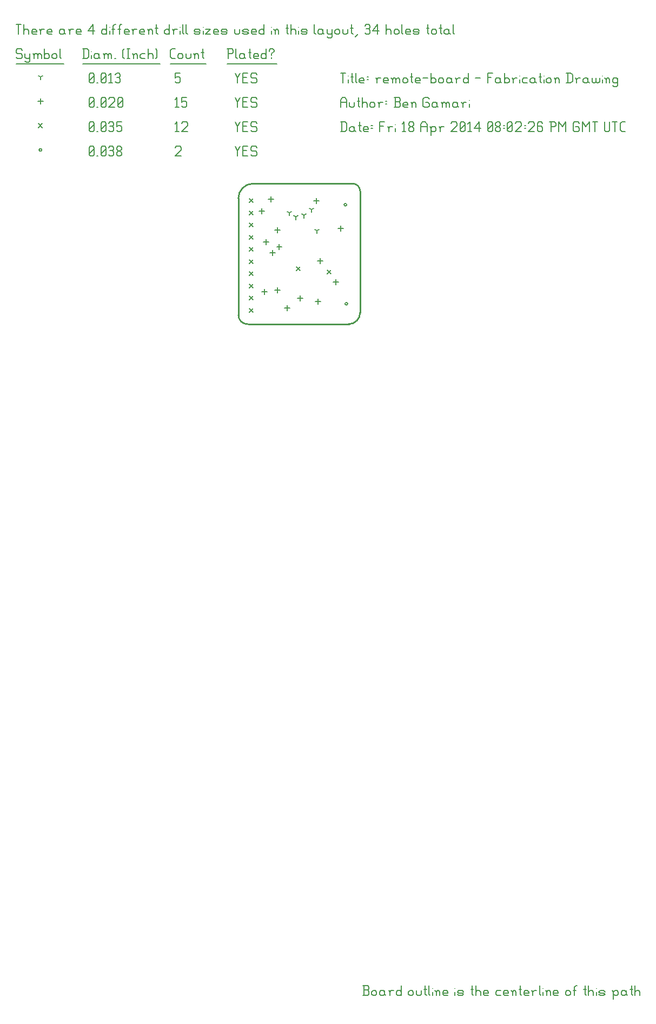
<source format=gbr>
G04 start of page 12 for group -3984 idx -3984 *
G04 Title: remote-board, fab *
G04 Creator: pcb 20140316 *
G04 CreationDate: Fri 18 Apr 2014 08:02:26 PM GMT UTC *
G04 For: ben *
G04 Format: Gerber/RS-274X *
G04 PCB-Dimensions (mil): 6000.00 5000.00 *
G04 PCB-Coordinate-Origin: lower left *
%MOIN*%
%FSLAX25Y25*%
%LNFAB*%
%ADD77C,0.0100*%
%ADD76C,0.0075*%
%ADD75C,0.0060*%
%ADD74R,0.0080X0.0080*%
G54D74*X202200Y477500D02*G75*G03X203800Y477500I800J0D01*G01*
G75*G03X202200Y477500I-800J0D01*G01*
X202700Y416500D02*G75*G03X204300Y416500I800J0D01*G01*
G75*G03X202700Y416500I-800J0D01*G01*
X14200Y511250D02*G75*G03X15800Y511250I800J0D01*G01*
G75*G03X14200Y511250I-800J0D01*G01*
G54D75*X135000Y513500D02*X136500Y510500D01*
X138000Y513500D01*
X136500Y510500D02*Y507500D01*
X139800Y510800D02*X142050D01*
X139800Y507500D02*X142800D01*
X139800Y513500D02*Y507500D01*
Y513500D02*X142800D01*
X147600D02*X148350Y512750D01*
X145350Y513500D02*X147600D01*
X144600Y512750D02*X145350Y513500D01*
X144600Y512750D02*Y511250D01*
X145350Y510500D01*
X147600D01*
X148350Y509750D01*
Y508250D01*
X147600Y507500D02*X148350Y508250D01*
X145350Y507500D02*X147600D01*
X144600Y508250D02*X145350Y507500D01*
X98000Y512750D02*X98750Y513500D01*
X101000D01*
X101750Y512750D01*
Y511250D01*
X98000Y507500D02*X101750Y511250D01*
X98000Y507500D02*X101750D01*
X45000Y508250D02*X45750Y507500D01*
X45000Y512750D02*Y508250D01*
Y512750D02*X45750Y513500D01*
X47250D01*
X48000Y512750D01*
Y508250D01*
X47250Y507500D02*X48000Y508250D01*
X45750Y507500D02*X47250D01*
X45000Y509000D02*X48000Y512000D01*
X49800Y507500D02*X50550D01*
X52350Y508250D02*X53100Y507500D01*
X52350Y512750D02*Y508250D01*
Y512750D02*X53100Y513500D01*
X54600D01*
X55350Y512750D01*
Y508250D01*
X54600Y507500D02*X55350Y508250D01*
X53100Y507500D02*X54600D01*
X52350Y509000D02*X55350Y512000D01*
X57150Y512750D02*X57900Y513500D01*
X59400D01*
X60150Y512750D01*
X59400Y507500D02*X60150Y508250D01*
X57900Y507500D02*X59400D01*
X57150Y508250D02*X57900Y507500D01*
Y510800D02*X59400D01*
X60150Y512750D02*Y511550D01*
Y510050D02*Y508250D01*
Y510050D02*X59400Y510800D01*
X60150Y511550D02*X59400Y510800D01*
X61950Y508250D02*X62700Y507500D01*
X61950Y509450D02*Y508250D01*
Y509450D02*X63000Y510500D01*
X63900D01*
X64950Y509450D01*
Y508250D01*
X64200Y507500D02*X64950Y508250D01*
X62700Y507500D02*X64200D01*
X61950Y511550D02*X63000Y510500D01*
X61950Y512750D02*Y511550D01*
Y512750D02*X62700Y513500D01*
X64200D01*
X64950Y512750D01*
Y511550D01*
X63900Y510500D02*X64950Y511550D01*
X143800Y481200D02*X146200Y478800D01*
X143800D02*X146200Y481200D01*
X143800Y473700D02*X146200Y471300D01*
X143800D02*X146200Y473700D01*
X143800Y466200D02*X146200Y463800D01*
X143800D02*X146200Y466200D01*
X143800Y458700D02*X146200Y456300D01*
X143800D02*X146200Y458700D01*
X143800Y451200D02*X146200Y448800D01*
X143800D02*X146200Y451200D01*
X143800Y443700D02*X146200Y441300D01*
X143800D02*X146200Y443700D01*
X143800Y436200D02*X146200Y433800D01*
X143800D02*X146200Y436200D01*
X143800Y428700D02*X146200Y426300D01*
X143800D02*X146200Y428700D01*
X143800Y421200D02*X146200Y418800D01*
X143800D02*X146200Y421200D01*
X143800Y413700D02*X146200Y411300D01*
X143800D02*X146200Y413700D01*
X172800Y439200D02*X175200Y436800D01*
X172800D02*X175200Y439200D01*
X191800Y437200D02*X194200Y434800D01*
X191800D02*X194200Y437200D01*
X13800Y527450D02*X16200Y525050D01*
X13800D02*X16200Y527450D01*
X135000Y528500D02*X136500Y525500D01*
X138000Y528500D01*
X136500Y525500D02*Y522500D01*
X139800Y525800D02*X142050D01*
X139800Y522500D02*X142800D01*
X139800Y528500D02*Y522500D01*
Y528500D02*X142800D01*
X147600D02*X148350Y527750D01*
X145350Y528500D02*X147600D01*
X144600Y527750D02*X145350Y528500D01*
X144600Y527750D02*Y526250D01*
X145350Y525500D01*
X147600D01*
X148350Y524750D01*
Y523250D01*
X147600Y522500D02*X148350Y523250D01*
X145350Y522500D02*X147600D01*
X144600Y523250D02*X145350Y522500D01*
X98000Y527300D02*X99200Y528500D01*
Y522500D01*
X98000D02*X100250D01*
X102050Y527750D02*X102800Y528500D01*
X105050D01*
X105800Y527750D01*
Y526250D01*
X102050Y522500D02*X105800Y526250D01*
X102050Y522500D02*X105800D01*
X45000Y523250D02*X45750Y522500D01*
X45000Y527750D02*Y523250D01*
Y527750D02*X45750Y528500D01*
X47250D01*
X48000Y527750D01*
Y523250D01*
X47250Y522500D02*X48000Y523250D01*
X45750Y522500D02*X47250D01*
X45000Y524000D02*X48000Y527000D01*
X49800Y522500D02*X50550D01*
X52350Y523250D02*X53100Y522500D01*
X52350Y527750D02*Y523250D01*
Y527750D02*X53100Y528500D01*
X54600D01*
X55350Y527750D01*
Y523250D01*
X54600Y522500D02*X55350Y523250D01*
X53100Y522500D02*X54600D01*
X52350Y524000D02*X55350Y527000D01*
X57150Y527750D02*X57900Y528500D01*
X59400D01*
X60150Y527750D01*
X59400Y522500D02*X60150Y523250D01*
X57900Y522500D02*X59400D01*
X57150Y523250D02*X57900Y522500D01*
Y525800D02*X59400D01*
X60150Y527750D02*Y526550D01*
Y525050D02*Y523250D01*
Y525050D02*X59400Y525800D01*
X60150Y526550D02*X59400Y525800D01*
X61950Y528500D02*X64950D01*
X61950D02*Y525500D01*
X62700Y526250D01*
X64200D01*
X64950Y525500D01*
Y523250D01*
X64200Y522500D02*X64950Y523250D01*
X62700Y522500D02*X64200D01*
X61950Y523250D02*X62700Y522500D01*
X161000Y426600D02*Y423400D01*
X159400Y425000D02*X162600D01*
X153000Y425600D02*Y422400D01*
X151400Y424000D02*X154600D01*
X185000Y481600D02*Y478400D01*
X183400Y480000D02*X186600D01*
X175000Y421553D02*Y418353D01*
X173400Y419953D02*X176600D01*
X167000Y415600D02*Y412400D01*
X165400Y414000D02*X168600D01*
X161000Y463600D02*Y460400D01*
X159400Y462000D02*X162600D01*
X151500Y475100D02*Y471900D01*
X149900Y473500D02*X153100D01*
X162200Y453100D02*Y449900D01*
X160600Y451500D02*X163800D01*
X158000Y449600D02*Y446400D01*
X156400Y448000D02*X159600D01*
X154000Y456100D02*Y452900D01*
X152400Y454500D02*X155600D01*
X157000Y482600D02*Y479400D01*
X155400Y481000D02*X158600D01*
X186000Y419600D02*Y416400D01*
X184400Y418000D02*X187600D01*
X197000Y431600D02*Y428400D01*
X195400Y430000D02*X198600D01*
X200000Y464600D02*Y461400D01*
X198400Y463000D02*X201600D01*
X187500Y444600D02*Y441400D01*
X185900Y443000D02*X189100D01*
X15000Y542850D02*Y539650D01*
X13400Y541250D02*X16600D01*
X135000Y543500D02*X136500Y540500D01*
X138000Y543500D01*
X136500Y540500D02*Y537500D01*
X139800Y540800D02*X142050D01*
X139800Y537500D02*X142800D01*
X139800Y543500D02*Y537500D01*
Y543500D02*X142800D01*
X147600D02*X148350Y542750D01*
X145350Y543500D02*X147600D01*
X144600Y542750D02*X145350Y543500D01*
X144600Y542750D02*Y541250D01*
X145350Y540500D01*
X147600D01*
X148350Y539750D01*
Y538250D01*
X147600Y537500D02*X148350Y538250D01*
X145350Y537500D02*X147600D01*
X144600Y538250D02*X145350Y537500D01*
X98000Y542300D02*X99200Y543500D01*
Y537500D01*
X98000D02*X100250D01*
X102050Y543500D02*X105050D01*
X102050D02*Y540500D01*
X102800Y541250D01*
X104300D01*
X105050Y540500D01*
Y538250D01*
X104300Y537500D02*X105050Y538250D01*
X102800Y537500D02*X104300D01*
X102050Y538250D02*X102800Y537500D01*
X45000Y538250D02*X45750Y537500D01*
X45000Y542750D02*Y538250D01*
Y542750D02*X45750Y543500D01*
X47250D01*
X48000Y542750D01*
Y538250D01*
X47250Y537500D02*X48000Y538250D01*
X45750Y537500D02*X47250D01*
X45000Y539000D02*X48000Y542000D01*
X49800Y537500D02*X50550D01*
X52350Y538250D02*X53100Y537500D01*
X52350Y542750D02*Y538250D01*
Y542750D02*X53100Y543500D01*
X54600D01*
X55350Y542750D01*
Y538250D01*
X54600Y537500D02*X55350Y538250D01*
X53100Y537500D02*X54600D01*
X52350Y539000D02*X55350Y542000D01*
X57150Y542750D02*X57900Y543500D01*
X60150D01*
X60900Y542750D01*
Y541250D01*
X57150Y537500D02*X60900Y541250D01*
X57150Y537500D02*X60900D01*
X62700Y538250D02*X63450Y537500D01*
X62700Y542750D02*Y538250D01*
Y542750D02*X63450Y543500D01*
X64950D01*
X65700Y542750D01*
Y538250D01*
X64950Y537500D02*X65700Y538250D01*
X63450Y537500D02*X64950D01*
X62700Y539000D02*X65700Y542000D01*
X177500Y471000D02*Y469400D01*
Y471000D02*X178887Y471800D01*
X177500Y471000D02*X176113Y471800D01*
X172500Y470000D02*Y468400D01*
Y470000D02*X173887Y470800D01*
X172500Y470000D02*X171113Y470800D01*
X185500Y461500D02*Y459900D01*
Y461500D02*X186887Y462300D01*
X185500Y461500D02*X184113Y462300D01*
X168500Y472500D02*Y470900D01*
Y472500D02*X169887Y473300D01*
X168500Y472500D02*X167113Y473300D01*
X182000Y474500D02*Y472900D01*
Y474500D02*X183387Y475300D01*
X182000Y474500D02*X180613Y475300D01*
X15000Y556250D02*Y554650D01*
Y556250D02*X16387Y557050D01*
X15000Y556250D02*X13613Y557050D01*
X135000Y558500D02*X136500Y555500D01*
X138000Y558500D01*
X136500Y555500D02*Y552500D01*
X139800Y555800D02*X142050D01*
X139800Y552500D02*X142800D01*
X139800Y558500D02*Y552500D01*
Y558500D02*X142800D01*
X147600D02*X148350Y557750D01*
X145350Y558500D02*X147600D01*
X144600Y557750D02*X145350Y558500D01*
X144600Y557750D02*Y556250D01*
X145350Y555500D01*
X147600D01*
X148350Y554750D01*
Y553250D01*
X147600Y552500D02*X148350Y553250D01*
X145350Y552500D02*X147600D01*
X144600Y553250D02*X145350Y552500D01*
X98000Y558500D02*X101000D01*
X98000D02*Y555500D01*
X98750Y556250D01*
X100250D01*
X101000Y555500D01*
Y553250D01*
X100250Y552500D02*X101000Y553250D01*
X98750Y552500D02*X100250D01*
X98000Y553250D02*X98750Y552500D01*
X45000Y553250D02*X45750Y552500D01*
X45000Y557750D02*Y553250D01*
Y557750D02*X45750Y558500D01*
X47250D01*
X48000Y557750D01*
Y553250D01*
X47250Y552500D02*X48000Y553250D01*
X45750Y552500D02*X47250D01*
X45000Y554000D02*X48000Y557000D01*
X49800Y552500D02*X50550D01*
X52350Y553250D02*X53100Y552500D01*
X52350Y557750D02*Y553250D01*
Y557750D02*X53100Y558500D01*
X54600D01*
X55350Y557750D01*
Y553250D01*
X54600Y552500D02*X55350Y553250D01*
X53100Y552500D02*X54600D01*
X52350Y554000D02*X55350Y557000D01*
X57150Y557300D02*X58350Y558500D01*
Y552500D01*
X57150D02*X59400D01*
X61200Y557750D02*X61950Y558500D01*
X63450D01*
X64200Y557750D01*
X63450Y552500D02*X64200Y553250D01*
X61950Y552500D02*X63450D01*
X61200Y553250D02*X61950Y552500D01*
Y555800D02*X63450D01*
X64200Y557750D02*Y556550D01*
Y555050D02*Y553250D01*
Y555050D02*X63450Y555800D01*
X64200Y556550D02*X63450Y555800D01*
X3000Y573500D02*X3750Y572750D01*
X750Y573500D02*X3000D01*
X0Y572750D02*X750Y573500D01*
X0Y572750D02*Y571250D01*
X750Y570500D01*
X3000D01*
X3750Y569750D01*
Y568250D01*
X3000Y567500D02*X3750Y568250D01*
X750Y567500D02*X3000D01*
X0Y568250D02*X750Y567500D01*
X5550Y570500D02*Y568250D01*
X6300Y567500D01*
X8550Y570500D02*Y566000D01*
X7800Y565250D02*X8550Y566000D01*
X6300Y565250D02*X7800D01*
X5550Y566000D02*X6300Y565250D01*
Y567500D02*X7800D01*
X8550Y568250D01*
X11100Y569750D02*Y567500D01*
Y569750D02*X11850Y570500D01*
X12600D01*
X13350Y569750D01*
Y567500D01*
Y569750D02*X14100Y570500D01*
X14850D01*
X15600Y569750D01*
Y567500D01*
X10350Y570500D02*X11100Y569750D01*
X17400Y573500D02*Y567500D01*
Y568250D02*X18150Y567500D01*
X19650D01*
X20400Y568250D01*
Y569750D02*Y568250D01*
X19650Y570500D02*X20400Y569750D01*
X18150Y570500D02*X19650D01*
X17400Y569750D02*X18150Y570500D01*
X22200Y569750D02*Y568250D01*
Y569750D02*X22950Y570500D01*
X24450D01*
X25200Y569750D01*
Y568250D01*
X24450Y567500D02*X25200Y568250D01*
X22950Y567500D02*X24450D01*
X22200Y568250D02*X22950Y567500D01*
X27000Y573500D02*Y568250D01*
X27750Y567500D01*
X0Y564250D02*X29250D01*
X41750Y573500D02*Y567500D01*
X43700Y573500D02*X44750Y572450D01*
Y568550D01*
X43700Y567500D02*X44750Y568550D01*
X41000Y567500D02*X43700D01*
X41000Y573500D02*X43700D01*
G54D76*X46550Y572000D02*Y571850D01*
G54D75*Y569750D02*Y567500D01*
X50300Y570500D02*X51050Y569750D01*
X48800Y570500D02*X50300D01*
X48050Y569750D02*X48800Y570500D01*
X48050Y569750D02*Y568250D01*
X48800Y567500D01*
X51050Y570500D02*Y568250D01*
X51800Y567500D01*
X48800D02*X50300D01*
X51050Y568250D01*
X54350Y569750D02*Y567500D01*
Y569750D02*X55100Y570500D01*
X55850D01*
X56600Y569750D01*
Y567500D01*
Y569750D02*X57350Y570500D01*
X58100D01*
X58850Y569750D01*
Y567500D01*
X53600Y570500D02*X54350Y569750D01*
X60650Y567500D02*X61400D01*
X65900Y568250D02*X66650Y567500D01*
X65900Y572750D02*X66650Y573500D01*
X65900Y572750D02*Y568250D01*
X68450Y573500D02*X69950D01*
X69200D02*Y567500D01*
X68450D02*X69950D01*
X72500Y569750D02*Y567500D01*
Y569750D02*X73250Y570500D01*
X74000D01*
X74750Y569750D01*
Y567500D01*
X71750Y570500D02*X72500Y569750D01*
X77300Y570500D02*X79550D01*
X76550Y569750D02*X77300Y570500D01*
X76550Y569750D02*Y568250D01*
X77300Y567500D01*
X79550D01*
X81350Y573500D02*Y567500D01*
Y569750D02*X82100Y570500D01*
X83600D01*
X84350Y569750D01*
Y567500D01*
X86150Y573500D02*X86900Y572750D01*
Y568250D01*
X86150Y567500D02*X86900Y568250D01*
X41000Y564250D02*X88700D01*
X96050Y567500D02*X98000D01*
X95000Y568550D02*X96050Y567500D01*
X95000Y572450D02*Y568550D01*
Y572450D02*X96050Y573500D01*
X98000D01*
X99800Y569750D02*Y568250D01*
Y569750D02*X100550Y570500D01*
X102050D01*
X102800Y569750D01*
Y568250D01*
X102050Y567500D02*X102800Y568250D01*
X100550Y567500D02*X102050D01*
X99800Y568250D02*X100550Y567500D01*
X104600Y570500D02*Y568250D01*
X105350Y567500D01*
X106850D01*
X107600Y568250D01*
Y570500D02*Y568250D01*
X110150Y569750D02*Y567500D01*
Y569750D02*X110900Y570500D01*
X111650D01*
X112400Y569750D01*
Y567500D01*
X109400Y570500D02*X110150Y569750D01*
X114950Y573500D02*Y568250D01*
X115700Y567500D01*
X114200Y571250D02*X115700D01*
X95000Y564250D02*X117200D01*
X130750Y573500D02*Y567500D01*
X130000Y573500D02*X133000D01*
X133750Y572750D01*
Y571250D01*
X133000Y570500D02*X133750Y571250D01*
X130750Y570500D02*X133000D01*
X135550Y573500D02*Y568250D01*
X136300Y567500D01*
X140050Y570500D02*X140800Y569750D01*
X138550Y570500D02*X140050D01*
X137800Y569750D02*X138550Y570500D01*
X137800Y569750D02*Y568250D01*
X138550Y567500D01*
X140800Y570500D02*Y568250D01*
X141550Y567500D01*
X138550D02*X140050D01*
X140800Y568250D01*
X144100Y573500D02*Y568250D01*
X144850Y567500D01*
X143350Y571250D02*X144850D01*
X147100Y567500D02*X149350D01*
X146350Y568250D02*X147100Y567500D01*
X146350Y569750D02*Y568250D01*
Y569750D02*X147100Y570500D01*
X148600D01*
X149350Y569750D01*
X146350Y569000D02*X149350D01*
Y569750D02*Y569000D01*
X154150Y573500D02*Y567500D01*
X153400D02*X154150Y568250D01*
X151900Y567500D02*X153400D01*
X151150Y568250D02*X151900Y567500D01*
X151150Y569750D02*Y568250D01*
Y569750D02*X151900Y570500D01*
X153400D01*
X154150Y569750D01*
X157450Y570500D02*Y569750D01*
Y568250D02*Y567500D01*
X155950Y572750D02*Y572000D01*
Y572750D02*X156700Y573500D01*
X158200D01*
X158950Y572750D01*
Y572000D01*
X157450Y570500D02*X158950Y572000D01*
X130000Y564250D02*X160750D01*
X0Y588500D02*X3000D01*
X1500D02*Y582500D01*
X4800Y588500D02*Y582500D01*
Y584750D02*X5550Y585500D01*
X7050D01*
X7800Y584750D01*
Y582500D01*
X10350D02*X12600D01*
X9600Y583250D02*X10350Y582500D01*
X9600Y584750D02*Y583250D01*
Y584750D02*X10350Y585500D01*
X11850D01*
X12600Y584750D01*
X9600Y584000D02*X12600D01*
Y584750D02*Y584000D01*
X15150Y584750D02*Y582500D01*
Y584750D02*X15900Y585500D01*
X17400D01*
X14400D02*X15150Y584750D01*
X19950Y582500D02*X22200D01*
X19200Y583250D02*X19950Y582500D01*
X19200Y584750D02*Y583250D01*
Y584750D02*X19950Y585500D01*
X21450D01*
X22200Y584750D01*
X19200Y584000D02*X22200D01*
Y584750D02*Y584000D01*
X28950Y585500D02*X29700Y584750D01*
X27450Y585500D02*X28950D01*
X26700Y584750D02*X27450Y585500D01*
X26700Y584750D02*Y583250D01*
X27450Y582500D01*
X29700Y585500D02*Y583250D01*
X30450Y582500D01*
X27450D02*X28950D01*
X29700Y583250D01*
X33000Y584750D02*Y582500D01*
Y584750D02*X33750Y585500D01*
X35250D01*
X32250D02*X33000Y584750D01*
X37800Y582500D02*X40050D01*
X37050Y583250D02*X37800Y582500D01*
X37050Y584750D02*Y583250D01*
Y584750D02*X37800Y585500D01*
X39300D01*
X40050Y584750D01*
X37050Y584000D02*X40050D01*
Y584750D02*Y584000D01*
X44550Y584750D02*X47550Y588500D01*
X44550Y584750D02*X48300D01*
X47550Y588500D02*Y582500D01*
X55800Y588500D02*Y582500D01*
X55050D02*X55800Y583250D01*
X53550Y582500D02*X55050D01*
X52800Y583250D02*X53550Y582500D01*
X52800Y584750D02*Y583250D01*
Y584750D02*X53550Y585500D01*
X55050D01*
X55800Y584750D01*
G54D76*X57600Y587000D02*Y586850D01*
G54D75*Y584750D02*Y582500D01*
X59850Y587750D02*Y582500D01*
Y587750D02*X60600Y588500D01*
X61350D01*
X59100Y585500D02*X60600D01*
X63600Y587750D02*Y582500D01*
Y587750D02*X64350Y588500D01*
X65100D01*
X62850Y585500D02*X64350D01*
X67350Y582500D02*X69600D01*
X66600Y583250D02*X67350Y582500D01*
X66600Y584750D02*Y583250D01*
Y584750D02*X67350Y585500D01*
X68850D01*
X69600Y584750D01*
X66600Y584000D02*X69600D01*
Y584750D02*Y584000D01*
X72150Y584750D02*Y582500D01*
Y584750D02*X72900Y585500D01*
X74400D01*
X71400D02*X72150Y584750D01*
X76950Y582500D02*X79200D01*
X76200Y583250D02*X76950Y582500D01*
X76200Y584750D02*Y583250D01*
Y584750D02*X76950Y585500D01*
X78450D01*
X79200Y584750D01*
X76200Y584000D02*X79200D01*
Y584750D02*Y584000D01*
X81750Y584750D02*Y582500D01*
Y584750D02*X82500Y585500D01*
X83250D01*
X84000Y584750D01*
Y582500D01*
X81000Y585500D02*X81750Y584750D01*
X86550Y588500D02*Y583250D01*
X87300Y582500D01*
X85800Y586250D02*X87300D01*
X94500Y588500D02*Y582500D01*
X93750D02*X94500Y583250D01*
X92250Y582500D02*X93750D01*
X91500Y583250D02*X92250Y582500D01*
X91500Y584750D02*Y583250D01*
Y584750D02*X92250Y585500D01*
X93750D01*
X94500Y584750D01*
X97050D02*Y582500D01*
Y584750D02*X97800Y585500D01*
X99300D01*
X96300D02*X97050Y584750D01*
G54D76*X101100Y587000D02*Y586850D01*
G54D75*Y584750D02*Y582500D01*
X102600Y588500D02*Y583250D01*
X103350Y582500D01*
X104850Y588500D02*Y583250D01*
X105600Y582500D01*
X110550D02*X112800D01*
X113550Y583250D01*
X112800Y584000D02*X113550Y583250D01*
X110550Y584000D02*X112800D01*
X109800Y584750D02*X110550Y584000D01*
X109800Y584750D02*X110550Y585500D01*
X112800D01*
X113550Y584750D01*
X109800Y583250D02*X110550Y582500D01*
G54D76*X115350Y587000D02*Y586850D01*
G54D75*Y584750D02*Y582500D01*
X116850Y585500D02*X119850D01*
X116850Y582500D02*X119850Y585500D01*
X116850Y582500D02*X119850D01*
X122400D02*X124650D01*
X121650Y583250D02*X122400Y582500D01*
X121650Y584750D02*Y583250D01*
Y584750D02*X122400Y585500D01*
X123900D01*
X124650Y584750D01*
X121650Y584000D02*X124650D01*
Y584750D02*Y584000D01*
X127200Y582500D02*X129450D01*
X130200Y583250D01*
X129450Y584000D02*X130200Y583250D01*
X127200Y584000D02*X129450D01*
X126450Y584750D02*X127200Y584000D01*
X126450Y584750D02*X127200Y585500D01*
X129450D01*
X130200Y584750D01*
X126450Y583250D02*X127200Y582500D01*
X134700Y585500D02*Y583250D01*
X135450Y582500D01*
X136950D01*
X137700Y583250D01*
Y585500D02*Y583250D01*
X140250Y582500D02*X142500D01*
X143250Y583250D01*
X142500Y584000D02*X143250Y583250D01*
X140250Y584000D02*X142500D01*
X139500Y584750D02*X140250Y584000D01*
X139500Y584750D02*X140250Y585500D01*
X142500D01*
X143250Y584750D01*
X139500Y583250D02*X140250Y582500D01*
X145800D02*X148050D01*
X145050Y583250D02*X145800Y582500D01*
X145050Y584750D02*Y583250D01*
Y584750D02*X145800Y585500D01*
X147300D01*
X148050Y584750D01*
X145050Y584000D02*X148050D01*
Y584750D02*Y584000D01*
X152850Y588500D02*Y582500D01*
X152100D02*X152850Y583250D01*
X150600Y582500D02*X152100D01*
X149850Y583250D02*X150600Y582500D01*
X149850Y584750D02*Y583250D01*
Y584750D02*X150600Y585500D01*
X152100D01*
X152850Y584750D01*
G54D76*X157350Y587000D02*Y586850D01*
G54D75*Y584750D02*Y582500D01*
X159600Y584750D02*Y582500D01*
Y584750D02*X160350Y585500D01*
X161100D01*
X161850Y584750D01*
Y582500D01*
X158850Y585500D02*X159600Y584750D01*
X167100Y588500D02*Y583250D01*
X167850Y582500D01*
X166350Y586250D02*X167850D01*
X169350Y588500D02*Y582500D01*
Y584750D02*X170100Y585500D01*
X171600D01*
X172350Y584750D01*
Y582500D01*
G54D76*X174150Y587000D02*Y586850D01*
G54D75*Y584750D02*Y582500D01*
X176400D02*X178650D01*
X179400Y583250D01*
X178650Y584000D02*X179400Y583250D01*
X176400Y584000D02*X178650D01*
X175650Y584750D02*X176400Y584000D01*
X175650Y584750D02*X176400Y585500D01*
X178650D01*
X179400Y584750D01*
X175650Y583250D02*X176400Y582500D01*
X183900Y588500D02*Y583250D01*
X184650Y582500D01*
X188400Y585500D02*X189150Y584750D01*
X186900Y585500D02*X188400D01*
X186150Y584750D02*X186900Y585500D01*
X186150Y584750D02*Y583250D01*
X186900Y582500D01*
X189150Y585500D02*Y583250D01*
X189900Y582500D01*
X186900D02*X188400D01*
X189150Y583250D01*
X191700Y585500D02*Y583250D01*
X192450Y582500D01*
X194700Y585500D02*Y581000D01*
X193950Y580250D02*X194700Y581000D01*
X192450Y580250D02*X193950D01*
X191700Y581000D02*X192450Y580250D01*
Y582500D02*X193950D01*
X194700Y583250D01*
X196500Y584750D02*Y583250D01*
Y584750D02*X197250Y585500D01*
X198750D01*
X199500Y584750D01*
Y583250D01*
X198750Y582500D02*X199500Y583250D01*
X197250Y582500D02*X198750D01*
X196500Y583250D02*X197250Y582500D01*
X201300Y585500D02*Y583250D01*
X202050Y582500D01*
X203550D01*
X204300Y583250D01*
Y585500D02*Y583250D01*
X206850Y588500D02*Y583250D01*
X207600Y582500D01*
X206100Y586250D02*X207600D01*
X209100Y581000D02*X210600Y582500D01*
X215100Y587750D02*X215850Y588500D01*
X217350D01*
X218100Y587750D01*
X217350Y582500D02*X218100Y583250D01*
X215850Y582500D02*X217350D01*
X215100Y583250D02*X215850Y582500D01*
Y585800D02*X217350D01*
X218100Y587750D02*Y586550D01*
Y585050D02*Y583250D01*
Y585050D02*X217350Y585800D01*
X218100Y586550D02*X217350Y585800D01*
X219900Y584750D02*X222900Y588500D01*
X219900Y584750D02*X223650D01*
X222900Y588500D02*Y582500D01*
X228150Y588500D02*Y582500D01*
Y584750D02*X228900Y585500D01*
X230400D01*
X231150Y584750D01*
Y582500D01*
X232950Y584750D02*Y583250D01*
Y584750D02*X233700Y585500D01*
X235200D01*
X235950Y584750D01*
Y583250D01*
X235200Y582500D02*X235950Y583250D01*
X233700Y582500D02*X235200D01*
X232950Y583250D02*X233700Y582500D01*
X237750Y588500D02*Y583250D01*
X238500Y582500D01*
X240750D02*X243000D01*
X240000Y583250D02*X240750Y582500D01*
X240000Y584750D02*Y583250D01*
Y584750D02*X240750Y585500D01*
X242250D01*
X243000Y584750D01*
X240000Y584000D02*X243000D01*
Y584750D02*Y584000D01*
X245550Y582500D02*X247800D01*
X248550Y583250D01*
X247800Y584000D02*X248550Y583250D01*
X245550Y584000D02*X247800D01*
X244800Y584750D02*X245550Y584000D01*
X244800Y584750D02*X245550Y585500D01*
X247800D01*
X248550Y584750D01*
X244800Y583250D02*X245550Y582500D01*
X253800Y588500D02*Y583250D01*
X254550Y582500D01*
X253050Y586250D02*X254550D01*
X256050Y584750D02*Y583250D01*
Y584750D02*X256800Y585500D01*
X258300D01*
X259050Y584750D01*
Y583250D01*
X258300Y582500D02*X259050Y583250D01*
X256800Y582500D02*X258300D01*
X256050Y583250D02*X256800Y582500D01*
X261600Y588500D02*Y583250D01*
X262350Y582500D01*
X260850Y586250D02*X262350D01*
X266100Y585500D02*X266850Y584750D01*
X264600Y585500D02*X266100D01*
X263850Y584750D02*X264600Y585500D01*
X263850Y584750D02*Y583250D01*
X264600Y582500D01*
X266850Y585500D02*Y583250D01*
X267600Y582500D01*
X264600D02*X266100D01*
X266850Y583250D01*
X269400Y588500D02*Y583250D01*
X270150Y582500D01*
G54D77*X137000Y481500D02*Y409500D01*
X146000Y490500D02*X207500D01*
X212000Y486000D02*Y411000D01*
X143000Y404000D02*X205500D01*
X137000Y409500D02*G75*G03X142500Y404000I5500J0D01*G01*
X146000Y490500D02*G75*G03X137000Y481500I0J-9000D01*G01*
X207500Y490500D02*G75*G02X212000Y486000I0J-4500D01*G01*
Y411000D02*G75*G02X205000Y404000I-7000J0D01*G01*
G54D75*X213675Y-9500D02*X216675D01*
X217425Y-8750D01*
Y-6950D02*Y-8750D01*
X216675Y-6200D02*X217425Y-6950D01*
X214425Y-6200D02*X216675D01*
X214425Y-3500D02*Y-9500D01*
X213675Y-3500D02*X216675D01*
X217425Y-4250D01*
Y-5450D01*
X216675Y-6200D02*X217425Y-5450D01*
X219225Y-7250D02*Y-8750D01*
Y-7250D02*X219975Y-6500D01*
X221475D01*
X222225Y-7250D01*
Y-8750D01*
X221475Y-9500D02*X222225Y-8750D01*
X219975Y-9500D02*X221475D01*
X219225Y-8750D02*X219975Y-9500D01*
X226275Y-6500D02*X227025Y-7250D01*
X224775Y-6500D02*X226275D01*
X224025Y-7250D02*X224775Y-6500D01*
X224025Y-7250D02*Y-8750D01*
X224775Y-9500D01*
X227025Y-6500D02*Y-8750D01*
X227775Y-9500D01*
X224775D02*X226275D01*
X227025Y-8750D01*
X230325Y-7250D02*Y-9500D01*
Y-7250D02*X231075Y-6500D01*
X232575D01*
X229575D02*X230325Y-7250D01*
X237375Y-3500D02*Y-9500D01*
X236625D02*X237375Y-8750D01*
X235125Y-9500D02*X236625D01*
X234375Y-8750D02*X235125Y-9500D01*
X234375Y-7250D02*Y-8750D01*
Y-7250D02*X235125Y-6500D01*
X236625D01*
X237375Y-7250D01*
X241875D02*Y-8750D01*
Y-7250D02*X242625Y-6500D01*
X244125D01*
X244875Y-7250D01*
Y-8750D01*
X244125Y-9500D02*X244875Y-8750D01*
X242625Y-9500D02*X244125D01*
X241875Y-8750D02*X242625Y-9500D01*
X246675Y-6500D02*Y-8750D01*
X247425Y-9500D01*
X248925D01*
X249675Y-8750D01*
Y-6500D02*Y-8750D01*
X252225Y-3500D02*Y-8750D01*
X252975Y-9500D01*
X251475Y-5750D02*X252975D01*
X254475Y-3500D02*Y-8750D01*
X255225Y-9500D01*
G54D76*X256725Y-5000D02*Y-5150D01*
G54D75*Y-7250D02*Y-9500D01*
X258975Y-7250D02*Y-9500D01*
Y-7250D02*X259725Y-6500D01*
X260475D01*
X261225Y-7250D01*
Y-9500D01*
X258225Y-6500D02*X258975Y-7250D01*
X263775Y-9500D02*X266025D01*
X263025Y-8750D02*X263775Y-9500D01*
X263025Y-7250D02*Y-8750D01*
Y-7250D02*X263775Y-6500D01*
X265275D01*
X266025Y-7250D01*
X263025Y-8000D02*X266025D01*
Y-7250D02*Y-8000D01*
G54D76*X270525Y-5000D02*Y-5150D01*
G54D75*Y-7250D02*Y-9500D01*
X272775D02*X275025D01*
X275775Y-8750D01*
X275025Y-8000D02*X275775Y-8750D01*
X272775Y-8000D02*X275025D01*
X272025Y-7250D02*X272775Y-8000D01*
X272025Y-7250D02*X272775Y-6500D01*
X275025D01*
X275775Y-7250D01*
X272025Y-8750D02*X272775Y-9500D01*
X281025Y-3500D02*Y-8750D01*
X281775Y-9500D01*
X280275Y-5750D02*X281775D01*
X283275Y-3500D02*Y-9500D01*
Y-7250D02*X284025Y-6500D01*
X285525D01*
X286275Y-7250D01*
Y-9500D01*
X288825D02*X291075D01*
X288075Y-8750D02*X288825Y-9500D01*
X288075Y-7250D02*Y-8750D01*
Y-7250D02*X288825Y-6500D01*
X290325D01*
X291075Y-7250D01*
X288075Y-8000D02*X291075D01*
Y-7250D02*Y-8000D01*
X296325Y-6500D02*X298575D01*
X295575Y-7250D02*X296325Y-6500D01*
X295575Y-7250D02*Y-8750D01*
X296325Y-9500D01*
X298575D01*
X301125D02*X303375D01*
X300375Y-8750D02*X301125Y-9500D01*
X300375Y-7250D02*Y-8750D01*
Y-7250D02*X301125Y-6500D01*
X302625D01*
X303375Y-7250D01*
X300375Y-8000D02*X303375D01*
Y-7250D02*Y-8000D01*
X305925Y-7250D02*Y-9500D01*
Y-7250D02*X306675Y-6500D01*
X307425D01*
X308175Y-7250D01*
Y-9500D01*
X305175Y-6500D02*X305925Y-7250D01*
X310725Y-3500D02*Y-8750D01*
X311475Y-9500D01*
X309975Y-5750D02*X311475D01*
X313725Y-9500D02*X315975D01*
X312975Y-8750D02*X313725Y-9500D01*
X312975Y-7250D02*Y-8750D01*
Y-7250D02*X313725Y-6500D01*
X315225D01*
X315975Y-7250D01*
X312975Y-8000D02*X315975D01*
Y-7250D02*Y-8000D01*
X318525Y-7250D02*Y-9500D01*
Y-7250D02*X319275Y-6500D01*
X320775D01*
X317775D02*X318525Y-7250D01*
X322575Y-3500D02*Y-8750D01*
X323325Y-9500D01*
G54D76*X324825Y-5000D02*Y-5150D01*
G54D75*Y-7250D02*Y-9500D01*
X327075Y-7250D02*Y-9500D01*
Y-7250D02*X327825Y-6500D01*
X328575D01*
X329325Y-7250D01*
Y-9500D01*
X326325Y-6500D02*X327075Y-7250D01*
X331875Y-9500D02*X334125D01*
X331125Y-8750D02*X331875Y-9500D01*
X331125Y-7250D02*Y-8750D01*
Y-7250D02*X331875Y-6500D01*
X333375D01*
X334125Y-7250D01*
X331125Y-8000D02*X334125D01*
Y-7250D02*Y-8000D01*
X338625Y-7250D02*Y-8750D01*
Y-7250D02*X339375Y-6500D01*
X340875D01*
X341625Y-7250D01*
Y-8750D01*
X340875Y-9500D02*X341625Y-8750D01*
X339375Y-9500D02*X340875D01*
X338625Y-8750D02*X339375Y-9500D01*
X344175Y-4250D02*Y-9500D01*
Y-4250D02*X344925Y-3500D01*
X345675D01*
X343425Y-6500D02*X344925D01*
X350625Y-3500D02*Y-8750D01*
X351375Y-9500D01*
X349875Y-5750D02*X351375D01*
X352875Y-3500D02*Y-9500D01*
Y-7250D02*X353625Y-6500D01*
X355125D01*
X355875Y-7250D01*
Y-9500D01*
G54D76*X357675Y-5000D02*Y-5150D01*
G54D75*Y-7250D02*Y-9500D01*
X359925D02*X362175D01*
X362925Y-8750D01*
X362175Y-8000D02*X362925Y-8750D01*
X359925Y-8000D02*X362175D01*
X359175Y-7250D02*X359925Y-8000D01*
X359175Y-7250D02*X359925Y-6500D01*
X362175D01*
X362925Y-7250D01*
X359175Y-8750D02*X359925Y-9500D01*
X368175Y-7250D02*Y-11750D01*
X367425Y-6500D02*X368175Y-7250D01*
X368925Y-6500D01*
X370425D01*
X371175Y-7250D01*
Y-8750D01*
X370425Y-9500D02*X371175Y-8750D01*
X368925Y-9500D02*X370425D01*
X368175Y-8750D02*X368925Y-9500D01*
X375225Y-6500D02*X375975Y-7250D01*
X373725Y-6500D02*X375225D01*
X372975Y-7250D02*X373725Y-6500D01*
X372975Y-7250D02*Y-8750D01*
X373725Y-9500D01*
X375975Y-6500D02*Y-8750D01*
X376725Y-9500D01*
X373725D02*X375225D01*
X375975Y-8750D01*
X379275Y-3500D02*Y-8750D01*
X380025Y-9500D01*
X378525Y-5750D02*X380025D01*
X381525Y-3500D02*Y-9500D01*
Y-7250D02*X382275Y-6500D01*
X383775D01*
X384525Y-7250D01*
Y-9500D01*
X200750Y528500D02*Y522500D01*
X202700Y528500D02*X203750Y527450D01*
Y523550D01*
X202700Y522500D02*X203750Y523550D01*
X200000Y522500D02*X202700D01*
X200000Y528500D02*X202700D01*
X207800Y525500D02*X208550Y524750D01*
X206300Y525500D02*X207800D01*
X205550Y524750D02*X206300Y525500D01*
X205550Y524750D02*Y523250D01*
X206300Y522500D01*
X208550Y525500D02*Y523250D01*
X209300Y522500D01*
X206300D02*X207800D01*
X208550Y523250D01*
X211850Y528500D02*Y523250D01*
X212600Y522500D01*
X211100Y526250D02*X212600D01*
X214850Y522500D02*X217100D01*
X214100Y523250D02*X214850Y522500D01*
X214100Y524750D02*Y523250D01*
Y524750D02*X214850Y525500D01*
X216350D01*
X217100Y524750D01*
X214100Y524000D02*X217100D01*
Y524750D02*Y524000D01*
X218900Y526250D02*X219650D01*
X218900Y524750D02*X219650D01*
X224150Y528500D02*Y522500D01*
Y528500D02*X227150D01*
X224150Y525800D02*X226400D01*
X229700Y524750D02*Y522500D01*
Y524750D02*X230450Y525500D01*
X231950D01*
X228950D02*X229700Y524750D01*
G54D76*X233750Y527000D02*Y526850D01*
G54D75*Y524750D02*Y522500D01*
X237950Y527300D02*X239150Y528500D01*
Y522500D01*
X237950D02*X240200D01*
X242000Y523250D02*X242750Y522500D01*
X242000Y524450D02*Y523250D01*
Y524450D02*X243050Y525500D01*
X243950D01*
X245000Y524450D01*
Y523250D01*
X244250Y522500D02*X245000Y523250D01*
X242750Y522500D02*X244250D01*
X242000Y526550D02*X243050Y525500D01*
X242000Y527750D02*Y526550D01*
Y527750D02*X242750Y528500D01*
X244250D01*
X245000Y527750D01*
Y526550D01*
X243950Y525500D02*X245000Y526550D01*
X249500Y527000D02*Y522500D01*
Y527000D02*X250550Y528500D01*
X252200D01*
X253250Y527000D01*
Y522500D01*
X249500Y525500D02*X253250D01*
X255800Y524750D02*Y520250D01*
X255050Y525500D02*X255800Y524750D01*
X256550Y525500D01*
X258050D01*
X258800Y524750D01*
Y523250D01*
X258050Y522500D02*X258800Y523250D01*
X256550Y522500D02*X258050D01*
X255800Y523250D02*X256550Y522500D01*
X261350Y524750D02*Y522500D01*
Y524750D02*X262100Y525500D01*
X263600D01*
X260600D02*X261350Y524750D01*
X268100Y527750D02*X268850Y528500D01*
X271100D01*
X271850Y527750D01*
Y526250D01*
X268100Y522500D02*X271850Y526250D01*
X268100Y522500D02*X271850D01*
X273650Y523250D02*X274400Y522500D01*
X273650Y527750D02*Y523250D01*
Y527750D02*X274400Y528500D01*
X275900D01*
X276650Y527750D01*
Y523250D01*
X275900Y522500D02*X276650Y523250D01*
X274400Y522500D02*X275900D01*
X273650Y524000D02*X276650Y527000D01*
X278450Y527300D02*X279650Y528500D01*
Y522500D01*
X278450D02*X280700D01*
X282500Y524750D02*X285500Y528500D01*
X282500Y524750D02*X286250D01*
X285500Y528500D02*Y522500D01*
X290750Y523250D02*X291500Y522500D01*
X290750Y527750D02*Y523250D01*
Y527750D02*X291500Y528500D01*
X293000D01*
X293750Y527750D01*
Y523250D01*
X293000Y522500D02*X293750Y523250D01*
X291500Y522500D02*X293000D01*
X290750Y524000D02*X293750Y527000D01*
X295550Y523250D02*X296300Y522500D01*
X295550Y524450D02*Y523250D01*
Y524450D02*X296600Y525500D01*
X297500D01*
X298550Y524450D01*
Y523250D01*
X297800Y522500D02*X298550Y523250D01*
X296300Y522500D02*X297800D01*
X295550Y526550D02*X296600Y525500D01*
X295550Y527750D02*Y526550D01*
Y527750D02*X296300Y528500D01*
X297800D01*
X298550Y527750D01*
Y526550D01*
X297500Y525500D02*X298550Y526550D01*
X300350Y526250D02*X301100D01*
X300350Y524750D02*X301100D01*
X302900Y523250D02*X303650Y522500D01*
X302900Y527750D02*Y523250D01*
Y527750D02*X303650Y528500D01*
X305150D01*
X305900Y527750D01*
Y523250D01*
X305150Y522500D02*X305900Y523250D01*
X303650Y522500D02*X305150D01*
X302900Y524000D02*X305900Y527000D01*
X307700Y527750D02*X308450Y528500D01*
X310700D01*
X311450Y527750D01*
Y526250D01*
X307700Y522500D02*X311450Y526250D01*
X307700Y522500D02*X311450D01*
X313250Y526250D02*X314000D01*
X313250Y524750D02*X314000D01*
X315800Y527750D02*X316550Y528500D01*
X318800D01*
X319550Y527750D01*
Y526250D01*
X315800Y522500D02*X319550Y526250D01*
X315800Y522500D02*X319550D01*
X323600Y528500D02*X324350Y527750D01*
X322100Y528500D02*X323600D01*
X321350Y527750D02*X322100Y528500D01*
X321350Y527750D02*Y523250D01*
X322100Y522500D01*
X323600Y525800D02*X324350Y525050D01*
X321350Y525800D02*X323600D01*
X322100Y522500D02*X323600D01*
X324350Y523250D01*
Y525050D02*Y523250D01*
X329600Y528500D02*Y522500D01*
X328850Y528500D02*X331850D01*
X332600Y527750D01*
Y526250D01*
X331850Y525500D02*X332600Y526250D01*
X329600Y525500D02*X331850D01*
X334400Y528500D02*Y522500D01*
Y528500D02*X336650Y525500D01*
X338900Y528500D01*
Y522500D01*
X346400Y528500D02*X347150Y527750D01*
X344150Y528500D02*X346400D01*
X343400Y527750D02*X344150Y528500D01*
X343400Y527750D02*Y523250D01*
X344150Y522500D01*
X346400D01*
X347150Y523250D01*
Y524750D02*Y523250D01*
X346400Y525500D02*X347150Y524750D01*
X344900Y525500D02*X346400D01*
X348950Y528500D02*Y522500D01*
Y528500D02*X351200Y525500D01*
X353450Y528500D01*
Y522500D01*
X355250Y528500D02*X358250D01*
X356750D02*Y522500D01*
X362750Y528500D02*Y523250D01*
X363500Y522500D01*
X365000D01*
X365750Y523250D01*
Y528500D02*Y523250D01*
X367550Y528500D02*X370550D01*
X369050D02*Y522500D01*
X373400D02*X375350D01*
X372350Y523550D02*X373400Y522500D01*
X372350Y527450D02*Y523550D01*
Y527450D02*X373400Y528500D01*
X375350D01*
X200000Y542000D02*Y537500D01*
Y542000D02*X201050Y543500D01*
X202700D01*
X203750Y542000D01*
Y537500D01*
X200000Y540500D02*X203750D01*
X205550D02*Y538250D01*
X206300Y537500D01*
X207800D01*
X208550Y538250D01*
Y540500D02*Y538250D01*
X211100Y543500D02*Y538250D01*
X211850Y537500D01*
X210350Y541250D02*X211850D01*
X213350Y543500D02*Y537500D01*
Y539750D02*X214100Y540500D01*
X215600D01*
X216350Y539750D01*
Y537500D01*
X218150Y539750D02*Y538250D01*
Y539750D02*X218900Y540500D01*
X220400D01*
X221150Y539750D01*
Y538250D01*
X220400Y537500D02*X221150Y538250D01*
X218900Y537500D02*X220400D01*
X218150Y538250D02*X218900Y537500D01*
X223700Y539750D02*Y537500D01*
Y539750D02*X224450Y540500D01*
X225950D01*
X222950D02*X223700Y539750D01*
X227750Y541250D02*X228500D01*
X227750Y539750D02*X228500D01*
X233000Y537500D02*X236000D01*
X236750Y538250D01*
Y540050D02*Y538250D01*
X236000Y540800D02*X236750Y540050D01*
X233750Y540800D02*X236000D01*
X233750Y543500D02*Y537500D01*
X233000Y543500D02*X236000D01*
X236750Y542750D01*
Y541550D01*
X236000Y540800D02*X236750Y541550D01*
X239300Y537500D02*X241550D01*
X238550Y538250D02*X239300Y537500D01*
X238550Y539750D02*Y538250D01*
Y539750D02*X239300Y540500D01*
X240800D01*
X241550Y539750D01*
X238550Y539000D02*X241550D01*
Y539750D02*Y539000D01*
X244100Y539750D02*Y537500D01*
Y539750D02*X244850Y540500D01*
X245600D01*
X246350Y539750D01*
Y537500D01*
X243350Y540500D02*X244100Y539750D01*
X253850Y543500D02*X254600Y542750D01*
X251600Y543500D02*X253850D01*
X250850Y542750D02*X251600Y543500D01*
X250850Y542750D02*Y538250D01*
X251600Y537500D01*
X253850D01*
X254600Y538250D01*
Y539750D02*Y538250D01*
X253850Y540500D02*X254600Y539750D01*
X252350Y540500D02*X253850D01*
X258650D02*X259400Y539750D01*
X257150Y540500D02*X258650D01*
X256400Y539750D02*X257150Y540500D01*
X256400Y539750D02*Y538250D01*
X257150Y537500D01*
X259400Y540500D02*Y538250D01*
X260150Y537500D01*
X257150D02*X258650D01*
X259400Y538250D01*
X262700Y539750D02*Y537500D01*
Y539750D02*X263450Y540500D01*
X264200D01*
X264950Y539750D01*
Y537500D01*
Y539750D02*X265700Y540500D01*
X266450D01*
X267200Y539750D01*
Y537500D01*
X261950Y540500D02*X262700Y539750D01*
X271250Y540500D02*X272000Y539750D01*
X269750Y540500D02*X271250D01*
X269000Y539750D02*X269750Y540500D01*
X269000Y539750D02*Y538250D01*
X269750Y537500D01*
X272000Y540500D02*Y538250D01*
X272750Y537500D01*
X269750D02*X271250D01*
X272000Y538250D01*
X275300Y539750D02*Y537500D01*
Y539750D02*X276050Y540500D01*
X277550D01*
X274550D02*X275300Y539750D01*
G54D76*X279350Y542000D02*Y541850D01*
G54D75*Y539750D02*Y537500D01*
X200000Y558500D02*X203000D01*
X201500D02*Y552500D01*
G54D76*X204800Y557000D02*Y556850D01*
G54D75*Y554750D02*Y552500D01*
X207050Y558500D02*Y553250D01*
X207800Y552500D01*
X206300Y556250D02*X207800D01*
X209300Y558500D02*Y553250D01*
X210050Y552500D01*
X212300D02*X214550D01*
X211550Y553250D02*X212300Y552500D01*
X211550Y554750D02*Y553250D01*
Y554750D02*X212300Y555500D01*
X213800D01*
X214550Y554750D01*
X211550Y554000D02*X214550D01*
Y554750D02*Y554000D01*
X216350Y556250D02*X217100D01*
X216350Y554750D02*X217100D01*
X222350D02*Y552500D01*
Y554750D02*X223100Y555500D01*
X224600D01*
X221600D02*X222350Y554750D01*
X227150Y552500D02*X229400D01*
X226400Y553250D02*X227150Y552500D01*
X226400Y554750D02*Y553250D01*
Y554750D02*X227150Y555500D01*
X228650D01*
X229400Y554750D01*
X226400Y554000D02*X229400D01*
Y554750D02*Y554000D01*
X231950Y554750D02*Y552500D01*
Y554750D02*X232700Y555500D01*
X233450D01*
X234200Y554750D01*
Y552500D01*
Y554750D02*X234950Y555500D01*
X235700D01*
X236450Y554750D01*
Y552500D01*
X231200Y555500D02*X231950Y554750D01*
X238250D02*Y553250D01*
Y554750D02*X239000Y555500D01*
X240500D01*
X241250Y554750D01*
Y553250D01*
X240500Y552500D02*X241250Y553250D01*
X239000Y552500D02*X240500D01*
X238250Y553250D02*X239000Y552500D01*
X243800Y558500D02*Y553250D01*
X244550Y552500D01*
X243050Y556250D02*X244550D01*
X246800Y552500D02*X249050D01*
X246050Y553250D02*X246800Y552500D01*
X246050Y554750D02*Y553250D01*
Y554750D02*X246800Y555500D01*
X248300D01*
X249050Y554750D01*
X246050Y554000D02*X249050D01*
Y554750D02*Y554000D01*
X250850Y555500D02*X253850D01*
X255650Y558500D02*Y552500D01*
Y553250D02*X256400Y552500D01*
X257900D01*
X258650Y553250D01*
Y554750D02*Y553250D01*
X257900Y555500D02*X258650Y554750D01*
X256400Y555500D02*X257900D01*
X255650Y554750D02*X256400Y555500D01*
X260450Y554750D02*Y553250D01*
Y554750D02*X261200Y555500D01*
X262700D01*
X263450Y554750D01*
Y553250D01*
X262700Y552500D02*X263450Y553250D01*
X261200Y552500D02*X262700D01*
X260450Y553250D02*X261200Y552500D01*
X267500Y555500D02*X268250Y554750D01*
X266000Y555500D02*X267500D01*
X265250Y554750D02*X266000Y555500D01*
X265250Y554750D02*Y553250D01*
X266000Y552500D01*
X268250Y555500D02*Y553250D01*
X269000Y552500D01*
X266000D02*X267500D01*
X268250Y553250D01*
X271550Y554750D02*Y552500D01*
Y554750D02*X272300Y555500D01*
X273800D01*
X270800D02*X271550Y554750D01*
X278600Y558500D02*Y552500D01*
X277850D02*X278600Y553250D01*
X276350Y552500D02*X277850D01*
X275600Y553250D02*X276350Y552500D01*
X275600Y554750D02*Y553250D01*
Y554750D02*X276350Y555500D01*
X277850D01*
X278600Y554750D01*
X283100Y555500D02*X286100D01*
X290600Y558500D02*Y552500D01*
Y558500D02*X293600D01*
X290600Y555800D02*X292850D01*
X297650Y555500D02*X298400Y554750D01*
X296150Y555500D02*X297650D01*
X295400Y554750D02*X296150Y555500D01*
X295400Y554750D02*Y553250D01*
X296150Y552500D01*
X298400Y555500D02*Y553250D01*
X299150Y552500D01*
X296150D02*X297650D01*
X298400Y553250D01*
X300950Y558500D02*Y552500D01*
Y553250D02*X301700Y552500D01*
X303200D01*
X303950Y553250D01*
Y554750D02*Y553250D01*
X303200Y555500D02*X303950Y554750D01*
X301700Y555500D02*X303200D01*
X300950Y554750D02*X301700Y555500D01*
X306500Y554750D02*Y552500D01*
Y554750D02*X307250Y555500D01*
X308750D01*
X305750D02*X306500Y554750D01*
G54D76*X310550Y557000D02*Y556850D01*
G54D75*Y554750D02*Y552500D01*
X312800Y555500D02*X315050D01*
X312050Y554750D02*X312800Y555500D01*
X312050Y554750D02*Y553250D01*
X312800Y552500D01*
X315050D01*
X319100Y555500D02*X319850Y554750D01*
X317600Y555500D02*X319100D01*
X316850Y554750D02*X317600Y555500D01*
X316850Y554750D02*Y553250D01*
X317600Y552500D01*
X319850Y555500D02*Y553250D01*
X320600Y552500D01*
X317600D02*X319100D01*
X319850Y553250D01*
X323150Y558500D02*Y553250D01*
X323900Y552500D01*
X322400Y556250D02*X323900D01*
G54D76*X325400Y557000D02*Y556850D01*
G54D75*Y554750D02*Y552500D01*
X326900Y554750D02*Y553250D01*
Y554750D02*X327650Y555500D01*
X329150D01*
X329900Y554750D01*
Y553250D01*
X329150Y552500D02*X329900Y553250D01*
X327650Y552500D02*X329150D01*
X326900Y553250D02*X327650Y552500D01*
X332450Y554750D02*Y552500D01*
Y554750D02*X333200Y555500D01*
X333950D01*
X334700Y554750D01*
Y552500D01*
X331700Y555500D02*X332450Y554750D01*
X339950Y558500D02*Y552500D01*
X341900Y558500D02*X342950Y557450D01*
Y553550D01*
X341900Y552500D02*X342950Y553550D01*
X339200Y552500D02*X341900D01*
X339200Y558500D02*X341900D01*
X345500Y554750D02*Y552500D01*
Y554750D02*X346250Y555500D01*
X347750D01*
X344750D02*X345500Y554750D01*
X351800Y555500D02*X352550Y554750D01*
X350300Y555500D02*X351800D01*
X349550Y554750D02*X350300Y555500D01*
X349550Y554750D02*Y553250D01*
X350300Y552500D01*
X352550Y555500D02*Y553250D01*
X353300Y552500D01*
X350300D02*X351800D01*
X352550Y553250D01*
X355100Y555500D02*Y553250D01*
X355850Y552500D01*
X356600D01*
X357350Y553250D01*
Y555500D02*Y553250D01*
X358100Y552500D01*
X358850D01*
X359600Y553250D01*
Y555500D02*Y553250D01*
G54D76*X361400Y557000D02*Y556850D01*
G54D75*Y554750D02*Y552500D01*
X363650Y554750D02*Y552500D01*
Y554750D02*X364400Y555500D01*
X365150D01*
X365900Y554750D01*
Y552500D01*
X362900Y555500D02*X363650Y554750D01*
X369950Y555500D02*X370700Y554750D01*
X368450Y555500D02*X369950D01*
X367700Y554750D02*X368450Y555500D01*
X367700Y554750D02*Y553250D01*
X368450Y552500D01*
X369950D01*
X370700Y553250D01*
X367700Y551000D02*X368450Y550250D01*
X369950D01*
X370700Y551000D01*
Y555500D02*Y551000D01*
M02*

</source>
